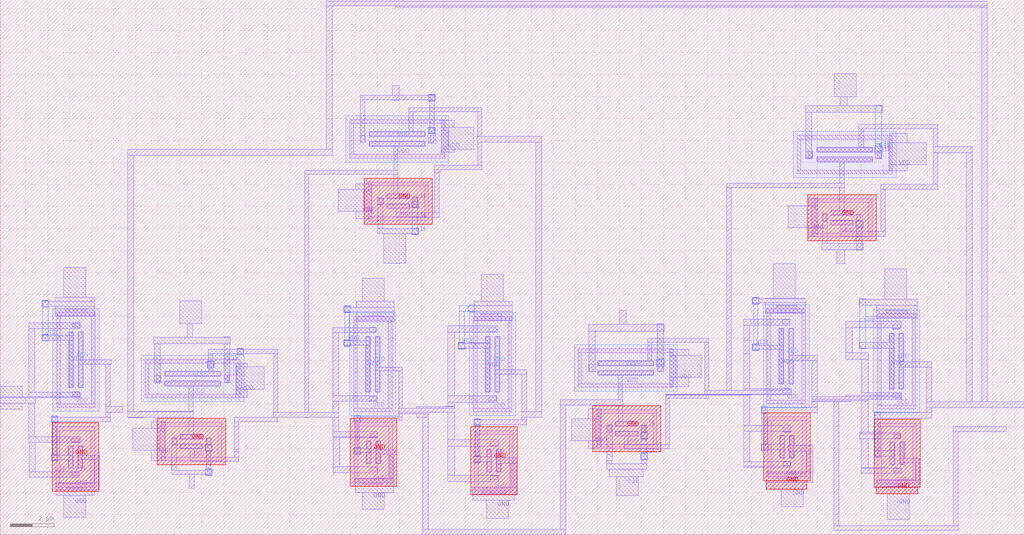
<source format=lef>
VERSION 5.7 ;
  NOWIREEXTENSIONATPIN ON ;
  DIVIDERCHAR "/" ;
  BUSBITCHARS "[]" ;
MACRO sky130_fd_pr__nfet_01v8_648S5X
  CLASS BLOCK ;
  FOREIGN sky130_fd_pr__nfet_01v8_648S5X ;
  ORIGIN 0.790 1.285 ;
  SIZE 1.580 BY 2.570 ;
  OBS
      LAYER pwell ;
        RECT -1.055 -1.550 1.055 1.550 ;
      LAYER li1 ;
        RECT -0.875 1.200 0.875 1.370 ;
        RECT -0.875 -1.200 -0.705 1.200 ;
        RECT -0.165 0.690 0.165 0.860 ;
        RECT -0.305 -0.520 -0.135 0.520 ;
        RECT 0.135 -0.520 0.305 0.520 ;
        RECT -0.165 -0.860 0.165 -0.690 ;
        RECT 0.705 -1.200 0.875 1.200 ;
        RECT -0.875 -1.370 0.875 -1.200 ;
      LAYER met1 ;
        RECT -0.145 0.660 0.145 0.890 ;
        RECT -0.335 -0.500 -0.105 0.500 ;
        RECT 0.105 -0.500 0.335 0.500 ;
        RECT -0.145 -0.890 0.145 -0.660 ;
  END
END sky130_fd_pr__nfet_01v8_648S5X
MACRO sky130_fd_pr__pfet_01v8_XJ7KDL
  CLASS BLOCK ;
  FOREIGN sky130_fd_pr__pfet_01v8_XJ7KDL ;
  ORIGIN 0.790 2.080 ;
  SIZE 1.580 BY 4.160 ;
  OBS
      LAYER nwell ;
        RECT -1.055 -2.345 1.055 2.345 ;
      LAYER li1 ;
        RECT -0.875 1.995 0.875 2.165 ;
        RECT -0.875 -1.995 -0.705 1.995 ;
        RECT -0.165 1.485 0.165 1.655 ;
        RECT -0.305 -1.270 -0.135 1.270 ;
        RECT 0.135 -1.270 0.305 1.270 ;
        RECT -0.165 -1.655 0.165 -1.485 ;
        RECT 0.705 -1.995 0.875 1.995 ;
        RECT -0.875 -2.165 0.875 -1.995 ;
      LAYER met1 ;
        RECT -0.145 1.455 0.145 1.685 ;
        RECT -0.335 -1.250 -0.105 1.250 ;
        RECT 0.105 -1.250 0.335 1.250 ;
        RECT -0.145 -1.685 0.145 -1.455 ;
  END
END sky130_fd_pr__pfet_01v8_XJ7KDL
MACRO fd
  CLASS BLOCK ;
  FOREIGN fd ;
  ORIGIN 4.165 4.945 ;
  SIZE 46.585 BY 24.340 ;
  PIN VDD
    ANTENNADIFFAREA 2.676600 ;
    PORT
      LAYER nwell ;
        RECT -1.775 0.680 0.335 5.370 ;
      LAYER li1 ;
        RECT -1.185 5.190 -0.215 5.320 ;
        RECT -1.595 5.020 0.155 5.190 ;
        RECT -1.595 1.030 -1.425 5.020 ;
        RECT -1.025 1.755 -0.855 4.295 ;
        RECT -0.015 1.030 0.155 5.020 ;
        RECT -1.595 0.860 0.155 1.030 ;
      LAYER met1 ;
        RECT -1.265 5.880 -0.265 7.230 ;
        RECT -2.265 5.695 -1.945 5.710 ;
        RECT -1.665 5.695 0.145 5.880 ;
        RECT -2.265 5.465 0.145 5.695 ;
        RECT -2.265 5.450 -1.945 5.465 ;
        RECT -1.665 5.010 0.145 5.465 ;
        RECT -2.265 4.150 -1.945 4.165 ;
        RECT -1.055 4.150 -0.825 4.275 ;
        RECT -2.265 3.920 -0.825 4.150 ;
        RECT -2.265 3.905 -1.945 3.920 ;
        RECT -1.055 1.775 -0.825 3.920 ;
      LAYER met2 ;
        RECT -2.235 5.420 -1.975 5.740 ;
        RECT -2.220 4.195 -1.990 5.420 ;
        RECT -2.235 3.875 -1.975 4.195 ;
    END
    PORT
      LAYER nwell ;
        RECT 2.250 1.110 6.940 3.220 ;
      LAYER li1 ;
        RECT 2.430 2.870 6.760 3.040 ;
        RECT 2.430 1.460 2.600 2.870 ;
        RECT 6.590 2.610 6.760 2.870 ;
        RECT 6.590 1.760 6.825 2.610 ;
        RECT 6.590 1.460 6.760 1.760 ;
        RECT 2.430 1.290 6.760 1.460 ;
      LAYER met1 ;
        RECT 6.545 2.700 7.065 2.870 ;
        RECT 6.545 1.680 7.855 2.700 ;
        RECT 6.545 1.300 7.065 1.680 ;
    END
    PORT
      LAYER met1 ;
        RECT 36.300 12.900 37.100 13.320 ;
        RECT 36.300 11.900 37.960 12.900 ;
        RECT 36.300 11.620 37.100 11.900 ;
    END
    PORT
      LAYER nwell ;
        RECT 35.560 0.610 37.670 5.300 ;
      LAYER li1 ;
        RECT 36.145 5.120 37.115 5.270 ;
        RECT 35.740 4.950 37.490 5.120 ;
        RECT 35.740 0.960 35.910 4.950 ;
        RECT 36.310 1.685 36.480 4.225 ;
        RECT 37.320 0.960 37.490 4.950 ;
        RECT 35.740 0.790 37.490 0.960 ;
      LAYER met1 ;
        RECT 36.080 5.780 37.080 7.170 ;
        RECT 35.720 5.770 37.560 5.780 ;
        RECT 34.920 5.510 37.560 5.770 ;
        RECT 35.720 4.920 37.560 5.510 ;
        RECT 36.280 3.820 36.510 4.205 ;
        RECT 34.920 3.560 36.510 3.820 ;
        RECT 36.280 1.705 36.510 3.560 ;
      LAYER met2 ;
        RECT 34.950 3.530 35.210 5.800 ;
    END
    PORT
      LAYER nwell ;
        RECT 30.540 0.840 32.650 5.530 ;
      LAYER li1 ;
        RECT 31.140 5.350 32.050 5.510 ;
        RECT 30.720 5.180 32.470 5.350 ;
        RECT 30.720 1.190 30.890 5.180 ;
        RECT 31.140 5.170 32.050 5.180 ;
        RECT 31.290 1.915 31.460 4.455 ;
        RECT 32.300 1.190 32.470 5.180 ;
        RECT 30.720 1.020 32.470 1.190 ;
      LAYER met1 ;
        RECT 30.045 5.800 30.365 5.835 ;
        RECT 31.010 5.830 32.010 7.390 ;
        RECT 30.650 5.800 32.470 5.830 ;
        RECT 30.045 5.610 32.470 5.800 ;
        RECT 30.045 5.575 30.365 5.610 ;
        RECT 30.650 5.140 32.470 5.610 ;
        RECT 30.075 3.685 30.335 3.750 ;
        RECT 31.260 3.685 31.490 4.435 ;
        RECT 30.075 3.495 31.490 3.685 ;
        RECT 30.075 3.430 30.335 3.495 ;
        RECT 31.260 1.935 31.490 3.495 ;
      LAYER met2 ;
        RECT 30.075 5.545 30.335 5.865 ;
        RECT 30.110 3.720 30.300 5.545 ;
        RECT 30.045 3.460 30.365 3.720 ;
    END
    PORT
      LAYER nwell ;
        RECT 21.950 1.590 26.640 3.700 ;
      LAYER li1 ;
        RECT 22.130 3.350 26.460 3.520 ;
        RECT 22.130 1.940 22.300 3.350 ;
        RECT 26.290 3.210 26.460 3.350 ;
        RECT 26.290 2.100 26.570 3.210 ;
        RECT 26.290 1.940 26.460 2.100 ;
        RECT 22.130 1.770 26.460 1.940 ;
      LAYER met1 ;
        RECT 26.290 3.230 27.150 3.510 ;
        RECT 26.290 2.230 27.730 3.230 ;
        RECT 26.290 1.800 27.150 2.230 ;
    END
    PORT
      LAYER nwell ;
        RECT 17.180 0.470 19.290 5.160 ;
      LAYER li1 ;
        RECT 17.690 4.980 18.660 5.120 ;
        RECT 17.360 4.810 19.110 4.980 ;
        RECT 17.360 0.820 17.530 4.810 ;
        RECT 17.930 1.545 18.100 4.085 ;
        RECT 18.940 0.820 19.110 4.810 ;
        RECT 17.360 0.650 19.110 0.820 ;
      LAYER met1 ;
        RECT 17.710 5.690 18.710 6.920 ;
        RECT 17.410 5.490 19.140 5.690 ;
        RECT 17.140 5.230 19.140 5.490 ;
        RECT 17.410 4.830 19.140 5.230 ;
        RECT 17.900 3.800 18.130 4.065 ;
        RECT 16.670 3.780 16.990 3.790 ;
        RECT 17.180 3.780 18.130 3.800 ;
        RECT 16.670 3.560 18.130 3.780 ;
        RECT 16.670 3.540 17.430 3.560 ;
        RECT 16.670 3.530 16.990 3.540 ;
        RECT 17.900 1.565 18.130 3.560 ;
      LAYER met2 ;
        RECT 17.170 5.480 17.430 5.520 ;
        RECT 16.710 5.240 17.430 5.480 ;
        RECT 16.710 3.820 16.950 5.240 ;
        RECT 17.170 5.200 17.430 5.240 ;
        RECT 16.700 3.500 16.960 3.820 ;
    END
    PORT
      LAYER nwell ;
        RECT 11.730 0.480 13.840 5.170 ;
      LAYER li1 ;
        RECT 12.330 4.990 13.270 5.030 ;
        RECT 11.910 4.820 13.660 4.990 ;
        RECT 11.910 0.830 12.080 4.820 ;
        RECT 12.480 1.555 12.650 4.095 ;
        RECT 13.490 0.830 13.660 4.820 ;
        RECT 11.910 0.660 13.660 0.830 ;
      LAYER met1 ;
        RECT 12.310 5.690 13.310 6.730 ;
        RECT 11.460 5.425 11.780 5.450 ;
        RECT 12.030 5.425 13.770 5.690 ;
        RECT 11.460 5.215 13.770 5.425 ;
        RECT 11.460 5.190 11.780 5.215 ;
        RECT 12.030 4.750 13.770 5.215 ;
        RECT 11.460 3.890 11.780 3.915 ;
        RECT 12.450 3.890 12.680 4.075 ;
        RECT 11.460 3.680 12.680 3.890 ;
        RECT 11.460 3.655 11.780 3.680 ;
        RECT 12.450 1.575 12.680 3.680 ;
      LAYER met2 ;
        RECT 11.490 5.160 11.750 5.480 ;
        RECT 11.515 3.945 11.725 5.160 ;
        RECT 11.490 3.625 11.750 3.945 ;
    END
    PORT
      LAYER nwell ;
        RECT 11.560 12.020 16.250 14.130 ;
      LAYER li1 ;
        RECT 11.740 13.780 16.070 13.950 ;
        RECT 11.740 12.370 11.910 13.780 ;
        RECT 15.900 13.460 16.070 13.780 ;
        RECT 15.900 12.710 16.210 13.460 ;
        RECT 15.900 12.370 16.070 12.710 ;
        RECT 11.740 12.200 16.070 12.370 ;
      LAYER met1 ;
        RECT 15.900 13.610 16.490 13.920 ;
        RECT 15.900 12.610 17.380 13.610 ;
        RECT 15.900 12.470 16.490 12.610 ;
    END
  END VDD
  PIN GND
    ANTENNADIFFAREA 1.701000 ;
    PORT
      LAYER pwell ;
        RECT -1.795 -2.950 0.315 0.150 ;
      LAYER li1 ;
        RECT -1.615 -0.200 0.135 -0.030 ;
        RECT -1.615 -2.600 -1.445 -0.200 ;
        RECT -0.605 -1.920 -0.435 -0.880 ;
        RECT -0.035 -2.600 0.135 -0.200 ;
        RECT -1.615 -2.770 0.135 -2.600 ;
        RECT -1.165 -2.830 -0.315 -2.770 ;
      LAYER met1 ;
        RECT -0.635 -1.310 -0.405 -0.900 ;
        RECT -0.635 -1.530 0.355 -1.310 ;
        RECT -0.635 -1.900 -0.405 -1.530 ;
        RECT 0.125 -2.570 0.345 -1.530 ;
        RECT -1.645 -2.890 0.345 -2.570 ;
        RECT -1.645 -3.150 0.135 -2.890 ;
        RECT -1.265 -4.140 -0.265 -3.150 ;
    END
    PORT
      LAYER pwell ;
        RECT 2.990 -1.750 6.090 0.360 ;
      LAYER li1 ;
        RECT 3.170 0.010 5.910 0.180 ;
        RECT 3.170 -0.230 3.340 0.010 ;
        RECT 3.085 -1.090 3.340 -0.230 ;
        RECT 3.170 -1.400 3.340 -1.090 ;
        RECT 5.740 -1.400 5.910 0.010 ;
        RECT 3.170 -1.570 5.910 -1.400 ;
      LAYER met1 ;
        RECT 2.705 -0.100 3.355 0.200 ;
        RECT 1.875 -1.100 3.355 -0.100 ;
        RECT 2.705 -1.570 3.355 -1.100 ;
    END
    PORT
      LAYER pwell ;
        RECT 17.240 -3.120 19.350 -0.020 ;
      LAYER li1 ;
        RECT 17.420 -0.370 19.170 -0.200 ;
        RECT 17.420 -2.770 17.590 -0.370 ;
        RECT 18.430 -2.090 18.600 -1.050 ;
        RECT 19.000 -2.770 19.170 -0.370 ;
        RECT 17.420 -2.940 19.170 -2.770 ;
        RECT 17.745 -3.050 18.835 -2.940 ;
      LAYER met1 ;
        RECT 18.400 -1.440 18.630 -1.070 ;
        RECT 18.400 -1.680 19.310 -1.440 ;
        RECT 18.400 -2.070 18.630 -1.680 ;
        RECT 19.070 -2.770 19.310 -1.680 ;
        RECT 17.335 -3.100 19.310 -2.770 ;
        RECT 17.335 -3.370 19.225 -3.100 ;
        RECT 17.945 -4.190 18.945 -3.370 ;
    END
    PORT
      LAYER pwell ;
        RECT 11.760 -2.740 13.870 0.360 ;
      LAYER li1 ;
        RECT 11.940 0.010 13.690 0.180 ;
        RECT 11.940 -2.390 12.110 0.010 ;
        RECT 12.950 -1.710 13.120 -0.670 ;
        RECT 13.520 -2.390 13.690 0.010 ;
        RECT 11.940 -2.560 13.690 -2.390 ;
        RECT 12.380 -2.630 13.250 -2.560 ;
      LAYER met1 ;
        RECT 12.920 -1.080 13.150 -0.690 ;
        RECT 12.920 -1.280 13.810 -1.080 ;
        RECT 12.920 -1.690 13.150 -1.280 ;
        RECT 13.550 -2.370 13.750 -1.280 ;
        RECT 11.980 -2.570 13.750 -2.370 ;
        RECT 11.980 -3.030 13.740 -2.570 ;
        RECT 12.310 -3.770 13.310 -3.030 ;
    END
    PORT
      LAYER pwell ;
        RECT 32.580 8.430 35.680 10.540 ;
      LAYER li1 ;
        RECT 32.760 10.190 35.500 10.360 ;
        RECT 32.760 9.970 32.930 10.190 ;
        RECT 32.750 9.090 32.950 9.970 ;
        RECT 32.760 8.780 32.930 9.090 ;
        RECT 35.330 8.780 35.500 10.190 ;
        RECT 32.760 8.610 35.500 8.780 ;
      LAYER met1 ;
        RECT 32.610 10.030 33.020 10.370 ;
        RECT 31.680 9.030 33.020 10.030 ;
        RECT 32.610 8.610 33.020 9.030 ;
    END
    PORT
      LAYER pwell ;
        RECT 35.590 -2.780 37.700 0.320 ;
        RECT 35.690 -3.080 37.590 -2.780 ;
      LAYER li1 ;
        RECT 35.770 -0.030 37.520 0.140 ;
        RECT 35.770 -2.430 35.940 -0.030 ;
        RECT 36.780 -1.750 36.950 -0.710 ;
        RECT 37.350 -2.430 37.520 -0.030 ;
        RECT 35.770 -2.600 37.520 -2.430 ;
        RECT 36.205 -2.720 37.065 -2.600 ;
      LAYER met1 ;
        RECT 36.750 -1.460 36.980 -0.730 ;
        RECT 36.750 -1.650 37.650 -1.460 ;
        RECT 36.750 -1.730 36.980 -1.650 ;
        RECT 37.460 -2.450 37.650 -1.650 ;
        RECT 35.690 -2.745 37.650 -2.450 ;
        RECT 35.690 -3.080 37.590 -2.745 ;
        RECT 36.190 -4.260 37.190 -3.080 ;
    END
    PORT
      LAYER pwell ;
        RECT 30.570 -2.480 32.680 0.620 ;
        RECT 30.680 -2.860 32.520 -2.480 ;
      LAYER li1 ;
        RECT 30.750 0.270 32.500 0.440 ;
        RECT 30.750 -2.130 30.920 0.270 ;
        RECT 31.760 -1.450 31.930 -0.410 ;
        RECT 32.330 -2.130 32.500 0.270 ;
        RECT 30.750 -2.300 32.500 -2.130 ;
        RECT 31.205 -2.380 32.035 -2.300 ;
      LAYER met1 ;
        RECT 31.730 -0.860 31.960 -0.430 ;
        RECT 31.690 -1.140 32.800 -0.860 ;
        RECT 31.730 -1.430 31.960 -1.140 ;
        RECT 32.520 -2.080 32.800 -1.140 ;
        RECT 30.680 -2.540 32.800 -2.080 ;
        RECT 30.680 -2.860 32.520 -2.540 ;
        RECT 31.360 -3.660 32.360 -2.860 ;
    END
    PORT
      LAYER pwell ;
        RECT 22.790 -1.170 25.890 0.940 ;
      LAYER li1 ;
        RECT 22.970 0.590 25.710 0.760 ;
        RECT 22.970 0.430 23.140 0.590 ;
        RECT 22.910 -0.540 23.140 0.430 ;
        RECT 22.970 -0.820 23.140 -0.540 ;
        RECT 25.540 -0.820 25.710 0.590 ;
        RECT 22.970 -0.990 25.710 -0.820 ;
      LAYER met1 ;
        RECT 22.580 0.340 23.170 0.790 ;
        RECT 21.840 -0.660 23.170 0.340 ;
        RECT 22.580 -1.010 23.170 -0.660 ;
    END
    PORT
      LAYER pwell ;
        RECT 12.390 9.180 15.490 11.290 ;
      LAYER li1 ;
        RECT 12.570 10.940 15.310 11.110 ;
        RECT 12.570 10.700 12.740 10.940 ;
        RECT 12.370 9.800 12.740 10.700 ;
        RECT 12.570 9.530 12.740 9.800 ;
        RECT 15.140 9.530 15.310 10.940 ;
        RECT 12.570 9.360 15.310 9.530 ;
      LAYER met1 ;
        RECT 12.010 10.790 12.750 11.040 ;
        RECT 11.220 9.790 12.750 10.790 ;
        RECT 12.010 9.450 12.750 9.790 ;
    END
  END GND
  PIN clk
    ANTENNAGATEAREA 0.375000 ;
    PORT
      LAYER li1 ;
        RECT 32.600 12.190 32.770 12.520 ;
        RECT 35.740 12.190 35.910 12.520 ;
      LAYER met1 ;
        RECT 33.770 15.000 34.770 16.030 ;
        RECT 34.060 14.575 34.380 15.000 ;
        RECT 32.475 14.285 35.970 14.575 ;
        RECT 32.475 12.500 32.765 14.285 ;
        RECT 32.475 12.210 32.800 12.500 ;
        RECT 32.475 12.165 32.765 12.210 ;
        RECT 35.650 12.180 35.940 12.860 ;
      LAYER met2 ;
        RECT 35.650 12.745 35.940 14.605 ;
        RECT 35.620 12.455 35.970 12.745 ;
    END
    PORT
      LAYER li1 ;
        RECT 2.940 2.000 3.110 2.330 ;
        RECT 6.080 2.000 6.250 2.330 ;
      LAYER met1 ;
        RECT 4.010 4.670 5.010 5.700 ;
        RECT 4.340 4.050 4.590 4.670 ;
        RECT 6.020 4.050 6.280 4.070 ;
        RECT 2.810 3.750 6.290 4.050 ;
        RECT 2.850 2.310 3.110 3.750 ;
        RECT 2.850 2.020 3.140 2.310 ;
        RECT 2.850 1.960 3.110 2.020 ;
        RECT 6.020 1.980 6.280 3.750 ;
    END
    PORT
      LAYER li1 ;
        RECT 23.480 -0.280 23.650 0.050 ;
        RECT 25.030 -0.280 25.200 0.050 ;
      LAYER met1 ;
        RECT 23.430 -1.300 23.680 0.060 ;
        RECT 25.010 0.030 25.250 0.040 ;
        RECT 25.000 -0.260 25.250 0.030 ;
        RECT 25.000 -0.580 25.260 -0.260 ;
        RECT 25.010 -0.610 25.250 -0.580 ;
        RECT 23.420 -1.560 23.680 -1.300 ;
        RECT 24.970 -1.490 25.290 -1.230 ;
        RECT 23.420 -1.710 23.660 -1.560 ;
        RECT 25.010 -1.710 25.250 -1.490 ;
        RECT 23.420 -1.950 25.250 -1.710 ;
        RECT 23.550 -2.290 25.100 -1.950 ;
        RECT 23.860 -3.170 24.860 -2.290 ;
      LAYER met2 ;
        RECT 24.970 -0.550 25.290 -0.290 ;
        RECT 25.010 -1.200 25.250 -0.550 ;
        RECT 25.000 -1.520 25.260 -1.200 ;
    END
    PORT
      LAYER li1 ;
        RECT 13.080 10.070 13.250 10.400 ;
        RECT 14.630 10.070 14.800 10.400 ;
      LAYER met1 ;
        RECT 13.010 10.380 13.250 10.390 ;
        RECT 13.010 10.090 13.280 10.380 ;
        RECT 13.010 8.990 13.250 10.090 ;
        RECT 14.580 9.930 14.840 10.430 ;
        RECT 14.550 8.990 14.870 9.000 ;
        RECT 13.010 8.750 14.870 8.990 ;
        RECT 13.290 7.420 14.290 8.750 ;
        RECT 14.550 8.740 14.870 8.750 ;
      LAYER met2 ;
        RECT 14.550 9.960 14.870 10.220 ;
        RECT 14.580 8.710 14.840 9.960 ;
    END
    PORT
      LAYER li1 ;
        RECT -0.885 4.510 -0.555 4.680 ;
        RECT -0.885 1.370 -0.555 1.540 ;
        RECT -0.905 -0.710 -0.575 -0.540 ;
        RECT -0.905 -2.260 -0.575 -2.090 ;
      LAYER met1 ;
        RECT -0.865 4.700 -0.575 4.710 ;
        RECT -2.855 4.440 -0.525 4.700 ;
        RECT -4.165 1.340 -3.165 1.810 ;
        RECT -2.855 1.550 -2.595 4.440 ;
        RECT -0.865 1.550 -0.575 1.570 ;
        RECT -2.855 1.340 -0.525 1.550 ;
        RECT -4.165 1.290 -0.525 1.340 ;
        RECT -4.165 1.050 -2.575 1.290 ;
        RECT -4.165 0.780 -3.165 1.050 ;
        RECT -2.855 -0.470 -2.595 1.050 ;
        RECT -2.855 -0.730 -0.515 -0.470 ;
        RECT -2.835 -2.060 -2.575 -0.730 ;
        RECT -0.885 -0.740 -0.595 -0.730 ;
        RECT -2.835 -2.320 -0.575 -2.060 ;
    END
  END clk
  OBS
      LAYER nwell ;
        RECT 31.910 11.300 36.600 13.410 ;
      LAYER li1 ;
        RECT 12.250 12.910 12.420 13.240 ;
        RECT 12.635 13.210 15.175 13.380 ;
        RECT 12.635 12.770 15.175 12.940 ;
        RECT 15.390 12.910 15.560 13.240 ;
        RECT 32.090 13.060 36.420 13.230 ;
        RECT 32.090 11.650 32.260 13.060 ;
        RECT 32.985 12.490 35.525 12.660 ;
        RECT 32.985 12.050 35.525 12.220 ;
        RECT 36.250 11.650 36.420 13.060 ;
        RECT 32.090 11.480 36.420 11.650 ;
        RECT 13.420 10.370 14.460 10.540 ;
        RECT 13.420 9.930 14.460 10.100 ;
        RECT 33.270 9.320 33.440 9.650 ;
        RECT 33.610 9.620 34.650 9.790 ;
        RECT 33.610 9.180 34.650 9.350 ;
        RECT 34.820 9.320 34.990 9.650 ;
        RECT 31.430 4.670 31.760 4.840 ;
        RECT 12.620 4.310 12.950 4.480 ;
        RECT 18.070 4.300 18.400 4.470 ;
        RECT -0.585 1.755 -0.415 4.295 ;
        RECT 3.325 2.300 5.865 2.470 ;
        RECT 3.325 1.860 5.865 2.030 ;
        RECT 12.920 1.555 13.090 4.095 ;
        RECT 18.370 1.545 18.540 4.085 ;
        RECT 22.640 2.480 22.810 2.810 ;
        RECT 23.025 2.780 25.565 2.950 ;
        RECT 23.025 2.340 25.565 2.510 ;
        RECT 25.780 2.480 25.950 2.810 ;
        RECT 31.730 1.915 31.900 4.455 ;
        RECT 36.450 4.440 36.780 4.610 ;
        RECT 31.430 1.530 31.760 1.700 ;
        RECT 36.750 1.685 36.920 4.225 ;
        RECT 12.620 1.170 12.950 1.340 ;
        RECT 18.070 1.160 18.400 1.330 ;
        RECT 36.450 1.300 36.780 1.470 ;
        RECT 23.820 0.020 24.860 0.190 ;
        RECT 31.460 -0.240 31.790 -0.070 ;
        RECT 3.680 -0.860 3.850 -0.530 ;
        RECT 4.020 -0.560 5.060 -0.390 ;
        RECT 12.650 -0.500 12.980 -0.330 ;
        RECT 23.820 -0.420 24.860 -0.250 ;
        RECT -1.045 -1.920 -0.875 -0.880 ;
        RECT 4.020 -1.000 5.060 -0.830 ;
        RECT 5.230 -0.860 5.400 -0.530 ;
        RECT 12.510 -1.710 12.680 -0.670 ;
        RECT 18.130 -0.880 18.460 -0.710 ;
        RECT 12.650 -2.050 12.980 -1.880 ;
        RECT 17.990 -2.090 18.160 -1.050 ;
        RECT 31.320 -1.450 31.490 -0.410 ;
        RECT 36.480 -0.540 36.810 -0.370 ;
        RECT 31.460 -1.790 31.790 -1.620 ;
        RECT 36.340 -1.750 36.510 -0.710 ;
        RECT 36.480 -2.090 36.810 -1.920 ;
        RECT 18.130 -2.430 18.460 -2.260 ;
      LAYER met1 ;
        RECT 10.680 19.325 14.180 19.395 ;
        RECT 10.680 19.125 40.750 19.325 ;
        RECT 10.680 12.595 10.950 19.125 ;
        RECT 13.805 19.055 40.750 19.125 ;
        RECT 13.670 15.050 13.980 15.480 ;
        RECT 15.345 15.050 15.605 15.110 ;
        RECT 12.220 14.850 15.605 15.050 ;
        RECT 12.220 13.220 12.420 14.850 ;
        RECT 13.670 14.840 13.980 14.850 ;
        RECT 15.345 14.790 15.605 14.850 ;
        RECT 14.430 14.300 17.750 14.500 ;
        RECT 14.430 13.410 14.630 14.300 ;
        RECT 12.220 12.930 12.450 13.220 ;
        RECT 12.655 13.180 15.155 13.410 ;
        RECT 15.345 13.310 15.605 13.610 ;
        RECT 12.220 12.920 12.420 12.930 ;
        RECT 12.655 12.740 15.155 12.970 ;
        RECT 15.310 12.880 15.640 13.310 ;
        RECT 17.550 13.190 17.750 14.300 ;
        RECT 34.900 13.530 38.500 13.750 ;
        RECT 17.535 12.930 20.465 13.190 ;
        RECT 1.630 12.325 10.950 12.595 ;
        RECT -0.615 3.020 -0.385 4.275 ;
        RECT -0.615 2.810 0.895 3.020 ;
        RECT -0.615 1.775 -0.385 2.810 ;
        RECT 0.640 0.920 0.850 2.810 ;
        RECT 0.635 0.630 1.420 0.920 ;
        RECT 1.630 0.665 1.900 12.325 ;
        RECT 13.750 11.640 13.930 12.740 ;
        RECT 17.550 11.880 17.750 12.930 ;
        RECT 15.800 11.870 17.750 11.880 ;
        RECT 9.695 11.460 13.930 11.640 ;
        RECT 15.590 11.680 17.750 11.870 ;
        RECT 15.590 11.530 15.860 11.680 ;
        RECT 6.630 3.500 6.890 3.560 ;
        RECT 6.630 3.300 8.470 3.500 ;
        RECT 6.630 3.240 6.890 3.300 ;
        RECT 5.280 2.650 5.540 2.970 ;
        RECT 5.310 2.500 5.510 2.650 ;
        RECT 3.345 2.270 5.845 2.500 ;
        RECT 3.345 1.830 5.845 2.060 ;
        RECT 4.420 0.675 4.610 1.830 ;
        RECT 2.165 0.665 4.615 0.675 ;
        RECT -1.835 0.415 -1.515 0.440 ;
        RECT 0.640 0.415 0.850 0.630 ;
        RECT -1.835 0.205 0.850 0.415 ;
        RECT 1.630 0.410 4.615 0.665 ;
        RECT 8.270 0.640 8.470 3.300 ;
        RECT 9.695 0.640 9.875 11.460 ;
        RECT 13.750 10.570 13.930 11.460 ;
        RECT 13.440 10.340 14.440 10.570 ;
        RECT 13.440 9.900 14.440 10.130 ;
        RECT 13.850 9.710 14.050 9.900 ;
        RECT 15.610 9.710 15.810 11.530 ;
        RECT 13.850 9.510 15.810 9.710 ;
        RECT 12.640 4.490 12.930 4.510 ;
        RECT 10.960 4.250 12.930 4.490 ;
        RECT 16.205 4.270 18.465 4.570 ;
        RECT 10.960 1.380 11.240 4.250 ;
        RECT 12.890 2.690 13.120 4.075 ;
        RECT 12.890 2.530 14.120 2.690 ;
        RECT 12.890 1.575 13.120 2.530 ;
        RECT 10.960 1.140 12.980 1.380 ;
        RECT 10.960 0.640 11.240 1.140 ;
        RECT 13.960 0.820 14.120 2.530 ;
        RECT 16.205 1.390 16.505 4.270 ;
        RECT 18.340 2.570 18.570 4.065 ;
        RECT 18.340 2.360 19.785 2.570 ;
        RECT 18.340 1.565 18.570 2.360 ;
        RECT 16.205 1.090 18.425 1.390 ;
        RECT 16.205 0.910 16.505 1.090 ;
        RECT 16.085 0.880 16.505 0.910 ;
        RECT 14.785 0.820 16.505 0.880 ;
        RECT 1.630 0.395 2.340 0.410 ;
        RECT -1.835 0.180 -1.515 0.205 ;
        RECT 4.420 -0.360 4.610 0.410 ;
        RECT 8.255 0.400 11.240 0.640 ;
        RECT 13.950 0.630 16.505 0.820 ;
        RECT 13.950 0.580 15.300 0.630 ;
        RECT 6.480 0.200 8.470 0.400 ;
        RECT 9.695 0.390 9.875 0.400 ;
        RECT 3.645 -0.550 3.835 -0.525 ;
        RECT 3.645 -0.840 3.880 -0.550 ;
        RECT 4.040 -0.590 5.040 -0.360 ;
        RECT -1.835 -1.315 -1.515 -1.290 ;
        RECT -1.075 -1.315 -0.845 -0.900 ;
        RECT -1.835 -1.525 -0.845 -1.315 ;
        RECT -1.835 -1.550 -1.515 -1.525 ;
        RECT -1.075 -1.900 -0.845 -1.525 ;
        RECT 3.645 -1.995 3.835 -0.840 ;
        RECT 4.040 -1.030 5.040 -0.800 ;
        RECT 5.200 -0.820 5.430 -0.550 ;
        RECT 4.470 -1.400 4.670 -1.030 ;
        RECT 5.185 -1.140 5.445 -0.820 ;
        RECT 6.480 -1.060 6.680 0.200 ;
        RECT 10.960 -0.240 11.240 0.400 ;
        RECT 11.920 0.430 12.240 0.480 ;
        RECT 13.960 0.430 14.120 0.580 ;
        RECT 11.920 0.270 14.120 0.430 ;
        RECT 14.785 0.400 15.300 0.580 ;
        RECT 11.920 0.220 12.240 0.270 ;
        RECT 10.960 -0.480 12.990 -0.240 ;
        RECT 10.980 -0.520 12.990 -0.480 ;
        RECT 6.480 -1.150 6.690 -1.060 ;
        RECT 6.490 -1.400 6.690 -1.150 ;
        RECT 4.470 -1.600 6.690 -1.400 ;
        RECT 10.990 -1.840 11.280 -0.520 ;
        RECT 12.670 -0.530 12.960 -0.520 ;
        RECT 11.920 -1.030 12.240 -0.980 ;
        RECT 12.480 -1.030 12.710 -0.690 ;
        RECT 11.920 -1.190 12.710 -1.030 ;
        RECT 11.920 -1.240 12.240 -1.190 ;
        RECT 12.480 -1.690 12.710 -1.190 ;
        RECT 5.185 -1.995 5.445 -1.930 ;
        RECT 3.645 -2.185 5.445 -1.995 ;
        RECT 10.990 -2.120 13.010 -1.840 ;
        RECT 4.440 -2.810 4.660 -2.185 ;
        RECT 5.185 -2.250 5.445 -2.185 ;
        RECT 15.050 -4.695 15.300 0.400 ;
        RECT 16.205 -0.620 16.505 0.630 ;
        RECT 19.570 0.670 19.780 2.360 ;
        RECT 20.205 0.670 20.465 12.930 ;
        RECT 34.900 12.690 35.120 13.530 ;
        RECT 38.280 12.705 38.500 13.530 ;
        RECT 33.005 12.460 35.505 12.690 ;
        RECT 38.280 12.435 40.050 12.705 ;
        RECT 33.005 12.020 35.505 12.250 ;
        RECT 34.040 11.050 34.240 12.020 ;
        RECT 28.885 10.850 34.240 11.050 ;
        RECT 38.280 11.000 38.500 12.435 ;
        RECT 24.000 4.630 24.310 5.270 ;
        RECT 22.600 4.330 26.050 4.630 ;
        RECT 22.600 2.470 22.900 4.330 ;
        RECT 25.300 3.820 28.070 4.000 ;
        RECT 25.300 2.980 25.480 3.820 ;
        RECT 23.045 2.750 25.545 2.980 ;
        RECT 23.045 2.310 25.545 2.540 ;
        RECT 25.720 2.500 26.020 3.060 ;
        RECT 23.950 1.215 24.130 2.310 ;
        RECT 27.890 1.630 28.070 3.820 ;
        RECT 28.885 1.630 29.085 10.850 ;
        RECT 34.040 9.820 34.240 10.850 ;
        RECT 35.890 10.780 38.500 11.000 ;
        RECT 33.260 9.630 33.465 9.680 ;
        RECT 33.240 9.340 33.470 9.630 ;
        RECT 33.630 9.590 34.630 9.820 ;
        RECT 33.260 8.320 33.465 9.340 ;
        RECT 33.630 9.150 34.630 9.380 ;
        RECT 34.080 8.870 34.300 9.150 ;
        RECT 34.780 9.040 35.060 9.650 ;
        RECT 35.890 8.870 36.110 10.780 ;
        RECT 34.080 8.650 36.110 8.870 ;
        RECT 33.220 8.040 35.090 8.320 ;
        RECT 33.900 7.400 34.250 8.040 ;
        RECT 29.665 4.590 31.745 4.870 ;
        RECT 29.665 3.920 29.945 4.590 ;
        RECT 34.300 4.480 36.820 4.780 ;
        RECT 29.665 3.290 29.905 3.920 ;
        RECT 29.665 1.710 29.945 3.290 ;
        RECT 31.700 3.230 31.930 4.435 ;
        RECT 34.300 3.340 34.600 4.480 ;
        RECT 36.470 4.410 36.760 4.480 ;
        RECT 31.700 2.980 33.010 3.230 ;
        RECT 34.300 3.040 35.330 3.340 ;
        RECT 31.700 1.935 31.930 2.980 ;
        RECT 31.450 1.710 31.740 1.730 ;
        RECT 29.665 1.630 31.815 1.710 ;
        RECT 27.880 1.450 31.815 1.630 ;
        RECT 26.110 1.430 31.815 1.450 ;
        RECT 26.110 1.400 30.015 1.430 ;
        RECT 26.110 1.270 28.070 1.400 ;
        RECT 19.570 0.410 20.465 0.670 ;
        RECT 21.310 0.965 24.160 1.215 ;
        RECT 17.385 0.285 17.705 0.310 ;
        RECT 19.570 0.285 19.780 0.410 ;
        RECT 17.385 0.075 19.780 0.285 ;
        RECT 17.385 0.050 17.705 0.075 ;
        RECT 16.205 -0.920 18.525 -0.620 ;
        RECT 16.205 -2.230 16.505 -0.920 ;
        RECT 17.385 -1.395 17.705 -1.370 ;
        RECT 17.960 -1.395 18.190 -1.070 ;
        RECT 17.385 -1.605 18.190 -1.395 ;
        RECT 17.385 -1.630 17.705 -1.605 ;
        RECT 17.960 -2.070 18.190 -1.605 ;
        RECT 16.205 -2.530 18.515 -2.230 ;
        RECT 21.310 -4.695 21.560 0.965 ;
        RECT 23.950 0.220 24.130 0.965 ;
        RECT 23.840 -0.010 24.840 0.220 ;
        RECT 23.840 -0.450 24.840 -0.220 ;
        RECT 24.230 -0.850 24.410 -0.450 ;
        RECT 26.110 -0.850 26.290 1.270 ;
        RECT 24.230 -1.030 26.290 -0.850 ;
        RECT 29.665 0.050 29.945 1.400 ;
        RECT 32.755 1.350 33.005 2.980 ;
        RECT 35.030 1.530 35.330 3.040 ;
        RECT 36.720 2.940 36.950 4.205 ;
        RECT 36.720 2.680 38.220 2.940 ;
        RECT 36.720 1.705 36.950 2.680 ;
        RECT 35.020 1.420 36.840 1.530 ;
        RECT 34.280 1.350 36.840 1.420 ;
        RECT 32.755 1.230 36.840 1.350 ;
        RECT 32.755 1.150 35.330 1.230 ;
        RECT 32.755 1.120 34.530 1.150 ;
        RECT 30.450 0.865 30.770 0.870 ;
        RECT 32.755 0.865 33.005 1.120 ;
        RECT 30.450 0.615 33.005 0.865 ;
        RECT 30.450 0.610 30.770 0.615 ;
        RECT 29.665 -0.230 31.795 0.050 ;
        RECT 29.665 -1.610 29.945 -0.230 ;
        RECT 31.480 -0.270 31.770 -0.230 ;
        RECT 30.480 -0.825 30.740 -0.790 ;
        RECT 31.290 -0.825 31.520 -0.430 ;
        RECT 30.480 -1.075 31.520 -0.825 ;
        RECT 30.480 -1.110 30.740 -1.075 ;
        RECT 31.290 -1.430 31.520 -1.075 ;
        RECT 31.480 -1.610 31.770 -1.590 ;
        RECT 29.665 -1.820 31.770 -1.610 ;
        RECT 29.665 -1.890 31.755 -1.820 ;
        RECT 15.050 -4.945 21.560 -4.695 ;
        RECT 33.765 -4.520 33.985 1.120 ;
        RECT 35.020 -0.270 35.320 1.150 ;
        RECT 37.960 1.110 38.220 2.680 ;
        RECT 39.780 1.110 40.050 12.435 ;
        RECT 40.480 1.110 40.750 19.055 ;
        RECT 37.960 0.840 42.420 1.110 ;
        RECT 37.960 0.630 38.220 0.840 ;
        RECT 35.590 0.370 38.220 0.630 ;
        RECT 39.195 -0.250 41.605 -0.030 ;
        RECT 34.950 -0.340 36.780 -0.270 ;
        RECT 34.950 -0.570 36.790 -0.340 ;
        RECT 35.020 -1.890 35.320 -0.570 ;
        RECT 36.310 -1.110 36.540 -0.730 ;
        RECT 35.590 -1.370 36.540 -1.110 ;
        RECT 36.310 -1.730 36.540 -1.370 ;
        RECT 35.020 -1.900 36.100 -1.890 ;
        RECT 36.500 -1.900 36.790 -1.890 ;
        RECT 35.020 -2.140 36.850 -1.900 ;
        RECT 39.195 -4.520 39.415 -0.250 ;
        RECT 33.765 -4.740 39.415 -4.520 ;
      LAYER met2 ;
        RECT 15.315 14.820 15.635 15.080 ;
        RECT 15.375 13.580 15.575 14.820 ;
        RECT 15.315 13.320 15.635 13.580 ;
        RECT 34.750 9.070 35.090 9.350 ;
        RECT 34.780 8.010 35.060 9.070 ;
        RECT 6.600 3.500 6.920 3.530 ;
        RECT 5.310 3.300 6.920 3.500 ;
        RECT 5.310 2.940 5.510 3.300 ;
        RECT 6.600 3.270 6.920 3.300 ;
        RECT 25.720 3.030 26.020 4.660 ;
        RECT 5.250 2.680 5.570 2.940 ;
        RECT 25.690 2.730 26.050 3.030 ;
        RECT 30.480 0.580 30.740 0.900 ;
        RECT -1.805 0.150 -1.545 0.470 ;
        RECT 11.950 0.190 12.210 0.510 ;
        RECT -1.780 -1.260 -1.570 0.150 ;
        RECT 5.155 -1.110 5.475 -0.850 ;
        RECT 12.000 -0.950 12.160 0.190 ;
        RECT 17.415 0.020 17.675 0.340 ;
        RECT -1.805 -1.580 -1.545 -1.260 ;
        RECT 5.220 -1.960 5.410 -1.110 ;
        RECT 11.950 -1.270 12.210 -0.950 ;
        RECT 17.440 -1.340 17.650 0.020 ;
        RECT 30.485 -0.820 30.735 0.580 ;
        RECT 30.450 -1.080 30.770 -0.820 ;
        RECT 17.415 -1.660 17.675 -1.340 ;
        RECT 35.620 -1.400 35.880 0.660 ;
        RECT 5.155 -2.220 5.475 -1.960 ;
  END
END fd
END LIBRARY


</source>
